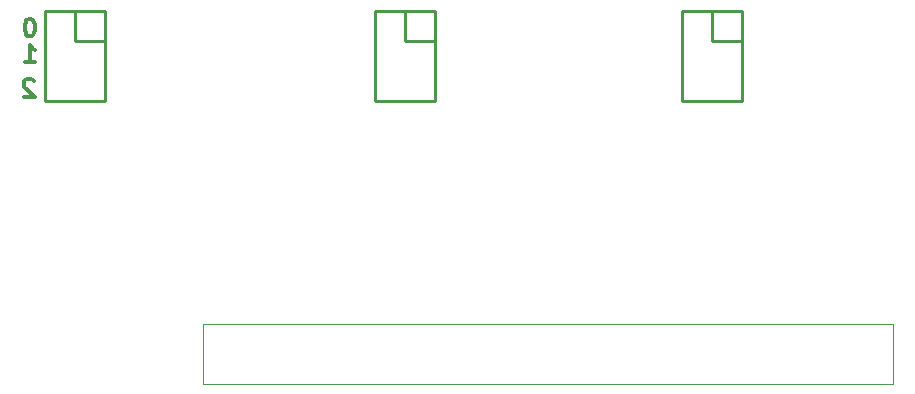
<source format=gbo>
G04 #@! TF.FileFunction,Legend,Bot*
%FSLAX46Y46*%
G04 Gerber Fmt 4.6, Leading zero omitted, Abs format (unit mm)*
G04 Created by KiCad (PCBNEW 4.0.2-stable) date 6/28/2016 8:29:36 AM*
%MOMM*%
G01*
G04 APERTURE LIST*
%ADD10C,0.100000*%
%ADD11C,0.300000*%
%ADD12C,0.254000*%
%ADD13C,0.101600*%
G04 APERTURE END LIST*
D10*
D11*
X96528571Y-106121429D02*
X96457142Y-106050000D01*
X96314285Y-105978571D01*
X95957142Y-105978571D01*
X95814285Y-106050000D01*
X95742856Y-106121429D01*
X95671428Y-106264286D01*
X95671428Y-106407143D01*
X95742856Y-106621429D01*
X96599999Y-107478571D01*
X95671428Y-107478571D01*
X95771428Y-104578571D02*
X96628571Y-104578571D01*
X96199999Y-104578571D02*
X96199999Y-103078571D01*
X96342856Y-103292857D01*
X96485714Y-103435714D01*
X96628571Y-103507143D01*
X96128572Y-100878571D02*
X96271429Y-100878571D01*
X96414286Y-100950000D01*
X96485715Y-101021429D01*
X96557144Y-101164286D01*
X96628572Y-101450000D01*
X96628572Y-101807143D01*
X96557144Y-102092857D01*
X96485715Y-102235714D01*
X96414286Y-102307143D01*
X96271429Y-102378571D01*
X96128572Y-102378571D01*
X95985715Y-102307143D01*
X95914286Y-102235714D01*
X95842858Y-102092857D01*
X95771429Y-101807143D01*
X95771429Y-101450000D01*
X95842858Y-101164286D01*
X95914286Y-101021429D01*
X95985715Y-100950000D01*
X96128572Y-100878571D01*
D12*
X154000000Y-100190000D02*
X154000000Y-102730000D01*
X154000000Y-102730000D02*
X156540000Y-102730000D01*
X156540000Y-100190000D02*
X156540000Y-107810000D01*
X156540000Y-107810000D02*
X151460000Y-107810000D01*
X151460000Y-107810000D02*
X151460000Y-102730000D01*
X156540000Y-100190000D02*
X154000000Y-100190000D01*
X151460000Y-100190000D02*
X154000000Y-100190000D01*
X151460000Y-102730000D02*
X151460000Y-100190000D01*
X128000000Y-100190000D02*
X128000000Y-102730000D01*
X128000000Y-102730000D02*
X130540000Y-102730000D01*
X130540000Y-100190000D02*
X130540000Y-107810000D01*
X130540000Y-107810000D02*
X125460000Y-107810000D01*
X125460000Y-107810000D02*
X125460000Y-102730000D01*
X130540000Y-100190000D02*
X128000000Y-100190000D01*
X125460000Y-100190000D02*
X128000000Y-100190000D01*
X125460000Y-102730000D02*
X125460000Y-100190000D01*
X100000000Y-100190000D02*
X100000000Y-102730000D01*
X100000000Y-102730000D02*
X102540000Y-102730000D01*
X102540000Y-100190000D02*
X102540000Y-107810000D01*
X102540000Y-107810000D02*
X97460000Y-107810000D01*
X97460000Y-107810000D02*
X97460000Y-102730000D01*
X102540000Y-100190000D02*
X100000000Y-100190000D01*
X97460000Y-100190000D02*
X100000000Y-100190000D01*
X97460000Y-102730000D02*
X97460000Y-100190000D01*
D13*
X169270000Y-131810000D02*
X169270000Y-126730000D01*
X169270000Y-126730000D02*
X110850000Y-126730000D01*
X110850000Y-126730000D02*
X110850000Y-131810000D01*
X110850000Y-131810000D02*
X169270000Y-131810000D01*
M02*

</source>
